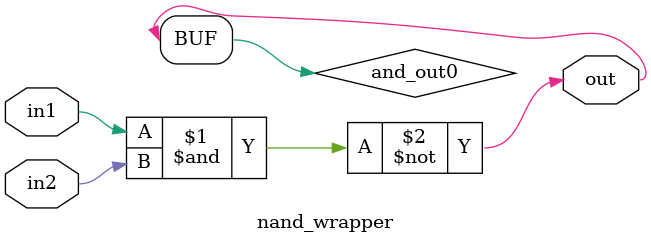
<source format=v>
module RO_basic (
  input Enable,
  output RO_out
);
//----------------------------------------------------------------------------
// Your Logic Here
//----------------------------------------------------------------------------


parameter inverters = 9;
wire [inverters:0] outputs;  
nand_wrapper nand_wrapper_inst (.in1(Enable), .in2(outputs[inverters-1]), .out(outputs[0]) );

genvar i;
generate
  for (i = 1; i <= inverters; i = i + 1) begin : inverter_array
    not_wrapper not_wrapper_inst (.in(outputs[i-1]), .out(outputs[i]));
  end
endgenerate

assign RO_out = outputs[inverters];



//----------------------------------------------------------------------------
endmodule

module not_wrapper (
  input wire in,
  output wire out
);

wire not_out0;
not not0(not_out0, in);
assign #10 out = not_out0;

endmodule

module nand_wrapper (
  input wire in1,
  input wire in2,
  output wire out
);

wire and_out0;
nand nand0(and_out0, in1, in2);

assign #10 out = and_out0;

endmodule






</source>
